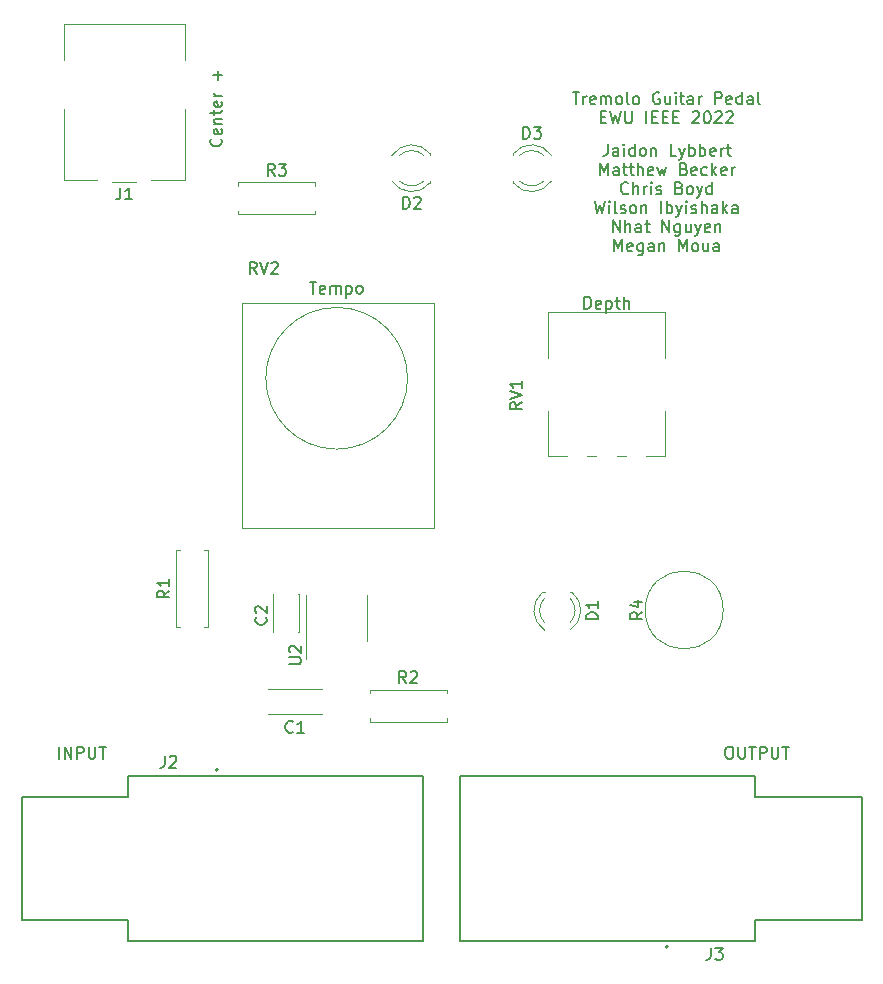
<source format=gbr>
%TF.GenerationSoftware,KiCad,Pcbnew,(6.0.0)*%
%TF.CreationDate,2022-01-15T15:10:36-08:00*%
%TF.ProjectId,Tremolo_V2,5472656d-6f6c-46f5-9f56-322e6b696361,rev?*%
%TF.SameCoordinates,Original*%
%TF.FileFunction,Legend,Top*%
%TF.FilePolarity,Positive*%
%FSLAX46Y46*%
G04 Gerber Fmt 4.6, Leading zero omitted, Abs format (unit mm)*
G04 Created by KiCad (PCBNEW (6.0.0)) date 2022-01-15 15:10:36*
%MOMM*%
%LPD*%
G01*
G04 APERTURE LIST*
%ADD10C,0.150000*%
%ADD11C,0.120000*%
%ADD12C,0.127000*%
%ADD13C,0.200000*%
G04 APERTURE END LIST*
D10*
X158139047Y-72842380D02*
X158139047Y-71842380D01*
X158377142Y-71842380D01*
X158520000Y-71890000D01*
X158615238Y-71985238D01*
X158662857Y-72080476D01*
X158710476Y-72270952D01*
X158710476Y-72413809D01*
X158662857Y-72604285D01*
X158615238Y-72699523D01*
X158520000Y-72794761D01*
X158377142Y-72842380D01*
X158139047Y-72842380D01*
X159520000Y-72794761D02*
X159424761Y-72842380D01*
X159234285Y-72842380D01*
X159139047Y-72794761D01*
X159091428Y-72699523D01*
X159091428Y-72318571D01*
X159139047Y-72223333D01*
X159234285Y-72175714D01*
X159424761Y-72175714D01*
X159520000Y-72223333D01*
X159567619Y-72318571D01*
X159567619Y-72413809D01*
X159091428Y-72509047D01*
X159996190Y-72175714D02*
X159996190Y-73175714D01*
X159996190Y-72223333D02*
X160091428Y-72175714D01*
X160281904Y-72175714D01*
X160377142Y-72223333D01*
X160424761Y-72270952D01*
X160472380Y-72366190D01*
X160472380Y-72651904D01*
X160424761Y-72747142D01*
X160377142Y-72794761D01*
X160281904Y-72842380D01*
X160091428Y-72842380D01*
X159996190Y-72794761D01*
X160758095Y-72175714D02*
X161139047Y-72175714D01*
X160900952Y-71842380D02*
X160900952Y-72699523D01*
X160948571Y-72794761D01*
X161043809Y-72842380D01*
X161139047Y-72842380D01*
X161472380Y-72842380D02*
X161472380Y-71842380D01*
X161900952Y-72842380D02*
X161900952Y-72318571D01*
X161853333Y-72223333D01*
X161758095Y-72175714D01*
X161615238Y-72175714D01*
X161520000Y-72223333D01*
X161472380Y-72270952D01*
X134874285Y-70572380D02*
X135445714Y-70572380D01*
X135160000Y-71572380D02*
X135160000Y-70572380D01*
X136160000Y-71524761D02*
X136064761Y-71572380D01*
X135874285Y-71572380D01*
X135779047Y-71524761D01*
X135731428Y-71429523D01*
X135731428Y-71048571D01*
X135779047Y-70953333D01*
X135874285Y-70905714D01*
X136064761Y-70905714D01*
X136160000Y-70953333D01*
X136207619Y-71048571D01*
X136207619Y-71143809D01*
X135731428Y-71239047D01*
X136636190Y-71572380D02*
X136636190Y-70905714D01*
X136636190Y-71000952D02*
X136683809Y-70953333D01*
X136779047Y-70905714D01*
X136921904Y-70905714D01*
X137017142Y-70953333D01*
X137064761Y-71048571D01*
X137064761Y-71572380D01*
X137064761Y-71048571D02*
X137112380Y-70953333D01*
X137207619Y-70905714D01*
X137350476Y-70905714D01*
X137445714Y-70953333D01*
X137493333Y-71048571D01*
X137493333Y-71572380D01*
X137969523Y-70905714D02*
X137969523Y-71905714D01*
X137969523Y-70953333D02*
X138064761Y-70905714D01*
X138255238Y-70905714D01*
X138350476Y-70953333D01*
X138398095Y-71000952D01*
X138445714Y-71096190D01*
X138445714Y-71381904D01*
X138398095Y-71477142D01*
X138350476Y-71524761D01*
X138255238Y-71572380D01*
X138064761Y-71572380D01*
X137969523Y-71524761D01*
X139017142Y-71572380D02*
X138921904Y-71524761D01*
X138874285Y-71477142D01*
X138826666Y-71381904D01*
X138826666Y-71096190D01*
X138874285Y-71000952D01*
X138921904Y-70953333D01*
X139017142Y-70905714D01*
X139160000Y-70905714D01*
X139255238Y-70953333D01*
X139302857Y-71000952D01*
X139350476Y-71096190D01*
X139350476Y-71381904D01*
X139302857Y-71477142D01*
X139255238Y-71524761D01*
X139160000Y-71572380D01*
X139017142Y-71572380D01*
X127357142Y-58475238D02*
X127404761Y-58522857D01*
X127452380Y-58665714D01*
X127452380Y-58760952D01*
X127404761Y-58903809D01*
X127309523Y-58999047D01*
X127214285Y-59046666D01*
X127023809Y-59094285D01*
X126880952Y-59094285D01*
X126690476Y-59046666D01*
X126595238Y-58999047D01*
X126500000Y-58903809D01*
X126452380Y-58760952D01*
X126452380Y-58665714D01*
X126500000Y-58522857D01*
X126547619Y-58475238D01*
X127404761Y-57665714D02*
X127452380Y-57760952D01*
X127452380Y-57951428D01*
X127404761Y-58046666D01*
X127309523Y-58094285D01*
X126928571Y-58094285D01*
X126833333Y-58046666D01*
X126785714Y-57951428D01*
X126785714Y-57760952D01*
X126833333Y-57665714D01*
X126928571Y-57618095D01*
X127023809Y-57618095D01*
X127119047Y-58094285D01*
X126785714Y-57189523D02*
X127452380Y-57189523D01*
X126880952Y-57189523D02*
X126833333Y-57141904D01*
X126785714Y-57046666D01*
X126785714Y-56903809D01*
X126833333Y-56808571D01*
X126928571Y-56760952D01*
X127452380Y-56760952D01*
X126785714Y-56427619D02*
X126785714Y-56046666D01*
X126452380Y-56284761D02*
X127309523Y-56284761D01*
X127404761Y-56237142D01*
X127452380Y-56141904D01*
X127452380Y-56046666D01*
X127404761Y-55332380D02*
X127452380Y-55427619D01*
X127452380Y-55618095D01*
X127404761Y-55713333D01*
X127309523Y-55760952D01*
X126928571Y-55760952D01*
X126833333Y-55713333D01*
X126785714Y-55618095D01*
X126785714Y-55427619D01*
X126833333Y-55332380D01*
X126928571Y-55284761D01*
X127023809Y-55284761D01*
X127119047Y-55760952D01*
X127452380Y-54856190D02*
X126785714Y-54856190D01*
X126976190Y-54856190D02*
X126880952Y-54808571D01*
X126833333Y-54760952D01*
X126785714Y-54665714D01*
X126785714Y-54570476D01*
X127071428Y-53475238D02*
X127071428Y-52713333D01*
X127452380Y-53094285D02*
X126690476Y-53094285D01*
X160100000Y-58927380D02*
X160100000Y-59641666D01*
X160052380Y-59784523D01*
X159957142Y-59879761D01*
X159814285Y-59927380D01*
X159719047Y-59927380D01*
X161004761Y-59927380D02*
X161004761Y-59403571D01*
X160957142Y-59308333D01*
X160861904Y-59260714D01*
X160671428Y-59260714D01*
X160576190Y-59308333D01*
X161004761Y-59879761D02*
X160909523Y-59927380D01*
X160671428Y-59927380D01*
X160576190Y-59879761D01*
X160528571Y-59784523D01*
X160528571Y-59689285D01*
X160576190Y-59594047D01*
X160671428Y-59546428D01*
X160909523Y-59546428D01*
X161004761Y-59498809D01*
X161480952Y-59927380D02*
X161480952Y-59260714D01*
X161480952Y-58927380D02*
X161433333Y-58975000D01*
X161480952Y-59022619D01*
X161528571Y-58975000D01*
X161480952Y-58927380D01*
X161480952Y-59022619D01*
X162385714Y-59927380D02*
X162385714Y-58927380D01*
X162385714Y-59879761D02*
X162290476Y-59927380D01*
X162100000Y-59927380D01*
X162004761Y-59879761D01*
X161957142Y-59832142D01*
X161909523Y-59736904D01*
X161909523Y-59451190D01*
X161957142Y-59355952D01*
X162004761Y-59308333D01*
X162100000Y-59260714D01*
X162290476Y-59260714D01*
X162385714Y-59308333D01*
X163004761Y-59927380D02*
X162909523Y-59879761D01*
X162861904Y-59832142D01*
X162814285Y-59736904D01*
X162814285Y-59451190D01*
X162861904Y-59355952D01*
X162909523Y-59308333D01*
X163004761Y-59260714D01*
X163147619Y-59260714D01*
X163242857Y-59308333D01*
X163290476Y-59355952D01*
X163338095Y-59451190D01*
X163338095Y-59736904D01*
X163290476Y-59832142D01*
X163242857Y-59879761D01*
X163147619Y-59927380D01*
X163004761Y-59927380D01*
X163766666Y-59260714D02*
X163766666Y-59927380D01*
X163766666Y-59355952D02*
X163814285Y-59308333D01*
X163909523Y-59260714D01*
X164052380Y-59260714D01*
X164147619Y-59308333D01*
X164195238Y-59403571D01*
X164195238Y-59927380D01*
X165909523Y-59927380D02*
X165433333Y-59927380D01*
X165433333Y-58927380D01*
X166147619Y-59260714D02*
X166385714Y-59927380D01*
X166623809Y-59260714D02*
X166385714Y-59927380D01*
X166290476Y-60165476D01*
X166242857Y-60213095D01*
X166147619Y-60260714D01*
X167004761Y-59927380D02*
X167004761Y-58927380D01*
X167004761Y-59308333D02*
X167100000Y-59260714D01*
X167290476Y-59260714D01*
X167385714Y-59308333D01*
X167433333Y-59355952D01*
X167480952Y-59451190D01*
X167480952Y-59736904D01*
X167433333Y-59832142D01*
X167385714Y-59879761D01*
X167290476Y-59927380D01*
X167100000Y-59927380D01*
X167004761Y-59879761D01*
X167909523Y-59927380D02*
X167909523Y-58927380D01*
X167909523Y-59308333D02*
X168004761Y-59260714D01*
X168195238Y-59260714D01*
X168290476Y-59308333D01*
X168338095Y-59355952D01*
X168385714Y-59451190D01*
X168385714Y-59736904D01*
X168338095Y-59832142D01*
X168290476Y-59879761D01*
X168195238Y-59927380D01*
X168004761Y-59927380D01*
X167909523Y-59879761D01*
X169195238Y-59879761D02*
X169100000Y-59927380D01*
X168909523Y-59927380D01*
X168814285Y-59879761D01*
X168766666Y-59784523D01*
X168766666Y-59403571D01*
X168814285Y-59308333D01*
X168909523Y-59260714D01*
X169100000Y-59260714D01*
X169195238Y-59308333D01*
X169242857Y-59403571D01*
X169242857Y-59498809D01*
X168766666Y-59594047D01*
X169671428Y-59927380D02*
X169671428Y-59260714D01*
X169671428Y-59451190D02*
X169719047Y-59355952D01*
X169766666Y-59308333D01*
X169861904Y-59260714D01*
X169957142Y-59260714D01*
X170147619Y-59260714D02*
X170528571Y-59260714D01*
X170290476Y-58927380D02*
X170290476Y-59784523D01*
X170338095Y-59879761D01*
X170433333Y-59927380D01*
X170528571Y-59927380D01*
X159457142Y-61537380D02*
X159457142Y-60537380D01*
X159790476Y-61251666D01*
X160123809Y-60537380D01*
X160123809Y-61537380D01*
X161028571Y-61537380D02*
X161028571Y-61013571D01*
X160980952Y-60918333D01*
X160885714Y-60870714D01*
X160695238Y-60870714D01*
X160600000Y-60918333D01*
X161028571Y-61489761D02*
X160933333Y-61537380D01*
X160695238Y-61537380D01*
X160600000Y-61489761D01*
X160552380Y-61394523D01*
X160552380Y-61299285D01*
X160600000Y-61204047D01*
X160695238Y-61156428D01*
X160933333Y-61156428D01*
X161028571Y-61108809D01*
X161361904Y-60870714D02*
X161742857Y-60870714D01*
X161504761Y-60537380D02*
X161504761Y-61394523D01*
X161552380Y-61489761D01*
X161647619Y-61537380D01*
X161742857Y-61537380D01*
X161933333Y-60870714D02*
X162314285Y-60870714D01*
X162076190Y-60537380D02*
X162076190Y-61394523D01*
X162123809Y-61489761D01*
X162219047Y-61537380D01*
X162314285Y-61537380D01*
X162647619Y-61537380D02*
X162647619Y-60537380D01*
X163076190Y-61537380D02*
X163076190Y-61013571D01*
X163028571Y-60918333D01*
X162933333Y-60870714D01*
X162790476Y-60870714D01*
X162695238Y-60918333D01*
X162647619Y-60965952D01*
X163933333Y-61489761D02*
X163838095Y-61537380D01*
X163647619Y-61537380D01*
X163552380Y-61489761D01*
X163504761Y-61394523D01*
X163504761Y-61013571D01*
X163552380Y-60918333D01*
X163647619Y-60870714D01*
X163838095Y-60870714D01*
X163933333Y-60918333D01*
X163980952Y-61013571D01*
X163980952Y-61108809D01*
X163504761Y-61204047D01*
X164314285Y-60870714D02*
X164504761Y-61537380D01*
X164695238Y-61061190D01*
X164885714Y-61537380D01*
X165076190Y-60870714D01*
X166552380Y-61013571D02*
X166695238Y-61061190D01*
X166742857Y-61108809D01*
X166790476Y-61204047D01*
X166790476Y-61346904D01*
X166742857Y-61442142D01*
X166695238Y-61489761D01*
X166600000Y-61537380D01*
X166219047Y-61537380D01*
X166219047Y-60537380D01*
X166552380Y-60537380D01*
X166647619Y-60585000D01*
X166695238Y-60632619D01*
X166742857Y-60727857D01*
X166742857Y-60823095D01*
X166695238Y-60918333D01*
X166647619Y-60965952D01*
X166552380Y-61013571D01*
X166219047Y-61013571D01*
X167600000Y-61489761D02*
X167504761Y-61537380D01*
X167314285Y-61537380D01*
X167219047Y-61489761D01*
X167171428Y-61394523D01*
X167171428Y-61013571D01*
X167219047Y-60918333D01*
X167314285Y-60870714D01*
X167504761Y-60870714D01*
X167600000Y-60918333D01*
X167647619Y-61013571D01*
X167647619Y-61108809D01*
X167171428Y-61204047D01*
X168504761Y-61489761D02*
X168409523Y-61537380D01*
X168219047Y-61537380D01*
X168123809Y-61489761D01*
X168076190Y-61442142D01*
X168028571Y-61346904D01*
X168028571Y-61061190D01*
X168076190Y-60965952D01*
X168123809Y-60918333D01*
X168219047Y-60870714D01*
X168409523Y-60870714D01*
X168504761Y-60918333D01*
X168933333Y-61537380D02*
X168933333Y-60537380D01*
X169028571Y-61156428D02*
X169314285Y-61537380D01*
X169314285Y-60870714D02*
X168933333Y-61251666D01*
X170123809Y-61489761D02*
X170028571Y-61537380D01*
X169838095Y-61537380D01*
X169742857Y-61489761D01*
X169695238Y-61394523D01*
X169695238Y-61013571D01*
X169742857Y-60918333D01*
X169838095Y-60870714D01*
X170028571Y-60870714D01*
X170123809Y-60918333D01*
X170171428Y-61013571D01*
X170171428Y-61108809D01*
X169695238Y-61204047D01*
X170600000Y-61537380D02*
X170600000Y-60870714D01*
X170600000Y-61061190D02*
X170647619Y-60965952D01*
X170695238Y-60918333D01*
X170790476Y-60870714D01*
X170885714Y-60870714D01*
X161838095Y-63052142D02*
X161790476Y-63099761D01*
X161647619Y-63147380D01*
X161552380Y-63147380D01*
X161409523Y-63099761D01*
X161314285Y-63004523D01*
X161266666Y-62909285D01*
X161219047Y-62718809D01*
X161219047Y-62575952D01*
X161266666Y-62385476D01*
X161314285Y-62290238D01*
X161409523Y-62195000D01*
X161552380Y-62147380D01*
X161647619Y-62147380D01*
X161790476Y-62195000D01*
X161838095Y-62242619D01*
X162266666Y-63147380D02*
X162266666Y-62147380D01*
X162695238Y-63147380D02*
X162695238Y-62623571D01*
X162647619Y-62528333D01*
X162552380Y-62480714D01*
X162409523Y-62480714D01*
X162314285Y-62528333D01*
X162266666Y-62575952D01*
X163171428Y-63147380D02*
X163171428Y-62480714D01*
X163171428Y-62671190D02*
X163219047Y-62575952D01*
X163266666Y-62528333D01*
X163361904Y-62480714D01*
X163457142Y-62480714D01*
X163790476Y-63147380D02*
X163790476Y-62480714D01*
X163790476Y-62147380D02*
X163742857Y-62195000D01*
X163790476Y-62242619D01*
X163838095Y-62195000D01*
X163790476Y-62147380D01*
X163790476Y-62242619D01*
X164219047Y-63099761D02*
X164314285Y-63147380D01*
X164504761Y-63147380D01*
X164600000Y-63099761D01*
X164647619Y-63004523D01*
X164647619Y-62956904D01*
X164600000Y-62861666D01*
X164504761Y-62814047D01*
X164361904Y-62814047D01*
X164266666Y-62766428D01*
X164219047Y-62671190D01*
X164219047Y-62623571D01*
X164266666Y-62528333D01*
X164361904Y-62480714D01*
X164504761Y-62480714D01*
X164600000Y-62528333D01*
X166171428Y-62623571D02*
X166314285Y-62671190D01*
X166361904Y-62718809D01*
X166409523Y-62814047D01*
X166409523Y-62956904D01*
X166361904Y-63052142D01*
X166314285Y-63099761D01*
X166219047Y-63147380D01*
X165838095Y-63147380D01*
X165838095Y-62147380D01*
X166171428Y-62147380D01*
X166266666Y-62195000D01*
X166314285Y-62242619D01*
X166361904Y-62337857D01*
X166361904Y-62433095D01*
X166314285Y-62528333D01*
X166266666Y-62575952D01*
X166171428Y-62623571D01*
X165838095Y-62623571D01*
X166980952Y-63147380D02*
X166885714Y-63099761D01*
X166838095Y-63052142D01*
X166790476Y-62956904D01*
X166790476Y-62671190D01*
X166838095Y-62575952D01*
X166885714Y-62528333D01*
X166980952Y-62480714D01*
X167123809Y-62480714D01*
X167219047Y-62528333D01*
X167266666Y-62575952D01*
X167314285Y-62671190D01*
X167314285Y-62956904D01*
X167266666Y-63052142D01*
X167219047Y-63099761D01*
X167123809Y-63147380D01*
X166980952Y-63147380D01*
X167647619Y-62480714D02*
X167885714Y-63147380D01*
X168123809Y-62480714D02*
X167885714Y-63147380D01*
X167790476Y-63385476D01*
X167742857Y-63433095D01*
X167647619Y-63480714D01*
X168933333Y-63147380D02*
X168933333Y-62147380D01*
X168933333Y-63099761D02*
X168838095Y-63147380D01*
X168647619Y-63147380D01*
X168552380Y-63099761D01*
X168504761Y-63052142D01*
X168457142Y-62956904D01*
X168457142Y-62671190D01*
X168504761Y-62575952D01*
X168552380Y-62528333D01*
X168647619Y-62480714D01*
X168838095Y-62480714D01*
X168933333Y-62528333D01*
X159004761Y-63757380D02*
X159242857Y-64757380D01*
X159433333Y-64043095D01*
X159623809Y-64757380D01*
X159861904Y-63757380D01*
X160242857Y-64757380D02*
X160242857Y-64090714D01*
X160242857Y-63757380D02*
X160195238Y-63805000D01*
X160242857Y-63852619D01*
X160290476Y-63805000D01*
X160242857Y-63757380D01*
X160242857Y-63852619D01*
X160861904Y-64757380D02*
X160766666Y-64709761D01*
X160719047Y-64614523D01*
X160719047Y-63757380D01*
X161195238Y-64709761D02*
X161290476Y-64757380D01*
X161480952Y-64757380D01*
X161576190Y-64709761D01*
X161623809Y-64614523D01*
X161623809Y-64566904D01*
X161576190Y-64471666D01*
X161480952Y-64424047D01*
X161338095Y-64424047D01*
X161242857Y-64376428D01*
X161195238Y-64281190D01*
X161195238Y-64233571D01*
X161242857Y-64138333D01*
X161338095Y-64090714D01*
X161480952Y-64090714D01*
X161576190Y-64138333D01*
X162195238Y-64757380D02*
X162100000Y-64709761D01*
X162052380Y-64662142D01*
X162004761Y-64566904D01*
X162004761Y-64281190D01*
X162052380Y-64185952D01*
X162100000Y-64138333D01*
X162195238Y-64090714D01*
X162338095Y-64090714D01*
X162433333Y-64138333D01*
X162480952Y-64185952D01*
X162528571Y-64281190D01*
X162528571Y-64566904D01*
X162480952Y-64662142D01*
X162433333Y-64709761D01*
X162338095Y-64757380D01*
X162195238Y-64757380D01*
X162957142Y-64090714D02*
X162957142Y-64757380D01*
X162957142Y-64185952D02*
X163004761Y-64138333D01*
X163100000Y-64090714D01*
X163242857Y-64090714D01*
X163338095Y-64138333D01*
X163385714Y-64233571D01*
X163385714Y-64757380D01*
X164623809Y-64757380D02*
X164623809Y-63757380D01*
X165100000Y-64757380D02*
X165100000Y-63757380D01*
X165100000Y-64138333D02*
X165195238Y-64090714D01*
X165385714Y-64090714D01*
X165480952Y-64138333D01*
X165528571Y-64185952D01*
X165576190Y-64281190D01*
X165576190Y-64566904D01*
X165528571Y-64662142D01*
X165480952Y-64709761D01*
X165385714Y-64757380D01*
X165195238Y-64757380D01*
X165100000Y-64709761D01*
X165909523Y-64090714D02*
X166147619Y-64757380D01*
X166385714Y-64090714D02*
X166147619Y-64757380D01*
X166052380Y-64995476D01*
X166004761Y-65043095D01*
X165909523Y-65090714D01*
X166766666Y-64757380D02*
X166766666Y-64090714D01*
X166766666Y-63757380D02*
X166719047Y-63805000D01*
X166766666Y-63852619D01*
X166814285Y-63805000D01*
X166766666Y-63757380D01*
X166766666Y-63852619D01*
X167195238Y-64709761D02*
X167290476Y-64757380D01*
X167480952Y-64757380D01*
X167576190Y-64709761D01*
X167623809Y-64614523D01*
X167623809Y-64566904D01*
X167576190Y-64471666D01*
X167480952Y-64424047D01*
X167338095Y-64424047D01*
X167242857Y-64376428D01*
X167195238Y-64281190D01*
X167195238Y-64233571D01*
X167242857Y-64138333D01*
X167338095Y-64090714D01*
X167480952Y-64090714D01*
X167576190Y-64138333D01*
X168052380Y-64757380D02*
X168052380Y-63757380D01*
X168480952Y-64757380D02*
X168480952Y-64233571D01*
X168433333Y-64138333D01*
X168338095Y-64090714D01*
X168195238Y-64090714D01*
X168100000Y-64138333D01*
X168052380Y-64185952D01*
X169385714Y-64757380D02*
X169385714Y-64233571D01*
X169338095Y-64138333D01*
X169242857Y-64090714D01*
X169052380Y-64090714D01*
X168957142Y-64138333D01*
X169385714Y-64709761D02*
X169290476Y-64757380D01*
X169052380Y-64757380D01*
X168957142Y-64709761D01*
X168909523Y-64614523D01*
X168909523Y-64519285D01*
X168957142Y-64424047D01*
X169052380Y-64376428D01*
X169290476Y-64376428D01*
X169385714Y-64328809D01*
X169861904Y-64757380D02*
X169861904Y-63757380D01*
X169957142Y-64376428D02*
X170242857Y-64757380D01*
X170242857Y-64090714D02*
X169861904Y-64471666D01*
X171100000Y-64757380D02*
X171100000Y-64233571D01*
X171052380Y-64138333D01*
X170957142Y-64090714D01*
X170766666Y-64090714D01*
X170671428Y-64138333D01*
X171100000Y-64709761D02*
X171004761Y-64757380D01*
X170766666Y-64757380D01*
X170671428Y-64709761D01*
X170623809Y-64614523D01*
X170623809Y-64519285D01*
X170671428Y-64424047D01*
X170766666Y-64376428D01*
X171004761Y-64376428D01*
X171100000Y-64328809D01*
X160552380Y-66367380D02*
X160552380Y-65367380D01*
X161123809Y-66367380D01*
X161123809Y-65367380D01*
X161600000Y-66367380D02*
X161600000Y-65367380D01*
X162028571Y-66367380D02*
X162028571Y-65843571D01*
X161980952Y-65748333D01*
X161885714Y-65700714D01*
X161742857Y-65700714D01*
X161647619Y-65748333D01*
X161600000Y-65795952D01*
X162933333Y-66367380D02*
X162933333Y-65843571D01*
X162885714Y-65748333D01*
X162790476Y-65700714D01*
X162600000Y-65700714D01*
X162504761Y-65748333D01*
X162933333Y-66319761D02*
X162838095Y-66367380D01*
X162600000Y-66367380D01*
X162504761Y-66319761D01*
X162457142Y-66224523D01*
X162457142Y-66129285D01*
X162504761Y-66034047D01*
X162600000Y-65986428D01*
X162838095Y-65986428D01*
X162933333Y-65938809D01*
X163266666Y-65700714D02*
X163647619Y-65700714D01*
X163409523Y-65367380D02*
X163409523Y-66224523D01*
X163457142Y-66319761D01*
X163552380Y-66367380D01*
X163647619Y-66367380D01*
X164742857Y-66367380D02*
X164742857Y-65367380D01*
X165314285Y-66367380D01*
X165314285Y-65367380D01*
X166219047Y-65700714D02*
X166219047Y-66510238D01*
X166171428Y-66605476D01*
X166123809Y-66653095D01*
X166028571Y-66700714D01*
X165885714Y-66700714D01*
X165790476Y-66653095D01*
X166219047Y-66319761D02*
X166123809Y-66367380D01*
X165933333Y-66367380D01*
X165838095Y-66319761D01*
X165790476Y-66272142D01*
X165742857Y-66176904D01*
X165742857Y-65891190D01*
X165790476Y-65795952D01*
X165838095Y-65748333D01*
X165933333Y-65700714D01*
X166123809Y-65700714D01*
X166219047Y-65748333D01*
X167123809Y-65700714D02*
X167123809Y-66367380D01*
X166695238Y-65700714D02*
X166695238Y-66224523D01*
X166742857Y-66319761D01*
X166838095Y-66367380D01*
X166980952Y-66367380D01*
X167076190Y-66319761D01*
X167123809Y-66272142D01*
X167504761Y-65700714D02*
X167742857Y-66367380D01*
X167980952Y-65700714D02*
X167742857Y-66367380D01*
X167647619Y-66605476D01*
X167600000Y-66653095D01*
X167504761Y-66700714D01*
X168742857Y-66319761D02*
X168647619Y-66367380D01*
X168457142Y-66367380D01*
X168361904Y-66319761D01*
X168314285Y-66224523D01*
X168314285Y-65843571D01*
X168361904Y-65748333D01*
X168457142Y-65700714D01*
X168647619Y-65700714D01*
X168742857Y-65748333D01*
X168790476Y-65843571D01*
X168790476Y-65938809D01*
X168314285Y-66034047D01*
X169219047Y-65700714D02*
X169219047Y-66367380D01*
X169219047Y-65795952D02*
X169266666Y-65748333D01*
X169361904Y-65700714D01*
X169504761Y-65700714D01*
X169600000Y-65748333D01*
X169647619Y-65843571D01*
X169647619Y-66367380D01*
X160671428Y-67977380D02*
X160671428Y-66977380D01*
X161004761Y-67691666D01*
X161338095Y-66977380D01*
X161338095Y-67977380D01*
X162195238Y-67929761D02*
X162100000Y-67977380D01*
X161909523Y-67977380D01*
X161814285Y-67929761D01*
X161766666Y-67834523D01*
X161766666Y-67453571D01*
X161814285Y-67358333D01*
X161909523Y-67310714D01*
X162100000Y-67310714D01*
X162195238Y-67358333D01*
X162242857Y-67453571D01*
X162242857Y-67548809D01*
X161766666Y-67644047D01*
X163100000Y-67310714D02*
X163100000Y-68120238D01*
X163052380Y-68215476D01*
X163004761Y-68263095D01*
X162909523Y-68310714D01*
X162766666Y-68310714D01*
X162671428Y-68263095D01*
X163100000Y-67929761D02*
X163004761Y-67977380D01*
X162814285Y-67977380D01*
X162719047Y-67929761D01*
X162671428Y-67882142D01*
X162623809Y-67786904D01*
X162623809Y-67501190D01*
X162671428Y-67405952D01*
X162719047Y-67358333D01*
X162814285Y-67310714D01*
X163004761Y-67310714D01*
X163100000Y-67358333D01*
X164004761Y-67977380D02*
X164004761Y-67453571D01*
X163957142Y-67358333D01*
X163861904Y-67310714D01*
X163671428Y-67310714D01*
X163576190Y-67358333D01*
X164004761Y-67929761D02*
X163909523Y-67977380D01*
X163671428Y-67977380D01*
X163576190Y-67929761D01*
X163528571Y-67834523D01*
X163528571Y-67739285D01*
X163576190Y-67644047D01*
X163671428Y-67596428D01*
X163909523Y-67596428D01*
X164004761Y-67548809D01*
X164480952Y-67310714D02*
X164480952Y-67977380D01*
X164480952Y-67405952D02*
X164528571Y-67358333D01*
X164623809Y-67310714D01*
X164766666Y-67310714D01*
X164861904Y-67358333D01*
X164909523Y-67453571D01*
X164909523Y-67977380D01*
X166147619Y-67977380D02*
X166147619Y-66977380D01*
X166480952Y-67691666D01*
X166814285Y-66977380D01*
X166814285Y-67977380D01*
X167433333Y-67977380D02*
X167338095Y-67929761D01*
X167290476Y-67882142D01*
X167242857Y-67786904D01*
X167242857Y-67501190D01*
X167290476Y-67405952D01*
X167338095Y-67358333D01*
X167433333Y-67310714D01*
X167576190Y-67310714D01*
X167671428Y-67358333D01*
X167719047Y-67405952D01*
X167766666Y-67501190D01*
X167766666Y-67786904D01*
X167719047Y-67882142D01*
X167671428Y-67929761D01*
X167576190Y-67977380D01*
X167433333Y-67977380D01*
X168623809Y-67310714D02*
X168623809Y-67977380D01*
X168195238Y-67310714D02*
X168195238Y-67834523D01*
X168242857Y-67929761D01*
X168338095Y-67977380D01*
X168480952Y-67977380D01*
X168576190Y-67929761D01*
X168623809Y-67882142D01*
X169528571Y-67977380D02*
X169528571Y-67453571D01*
X169480952Y-67358333D01*
X169385714Y-67310714D01*
X169195238Y-67310714D01*
X169100000Y-67358333D01*
X169528571Y-67929761D02*
X169433333Y-67977380D01*
X169195238Y-67977380D01*
X169100000Y-67929761D01*
X169052380Y-67834523D01*
X169052380Y-67739285D01*
X169100000Y-67644047D01*
X169195238Y-67596428D01*
X169433333Y-67596428D01*
X169528571Y-67548809D01*
X157147619Y-54527380D02*
X157719047Y-54527380D01*
X157433333Y-55527380D02*
X157433333Y-54527380D01*
X158052380Y-55527380D02*
X158052380Y-54860714D01*
X158052380Y-55051190D02*
X158100000Y-54955952D01*
X158147619Y-54908333D01*
X158242857Y-54860714D01*
X158338095Y-54860714D01*
X159052380Y-55479761D02*
X158957142Y-55527380D01*
X158766666Y-55527380D01*
X158671428Y-55479761D01*
X158623809Y-55384523D01*
X158623809Y-55003571D01*
X158671428Y-54908333D01*
X158766666Y-54860714D01*
X158957142Y-54860714D01*
X159052380Y-54908333D01*
X159100000Y-55003571D01*
X159100000Y-55098809D01*
X158623809Y-55194047D01*
X159528571Y-55527380D02*
X159528571Y-54860714D01*
X159528571Y-54955952D02*
X159576190Y-54908333D01*
X159671428Y-54860714D01*
X159814285Y-54860714D01*
X159909523Y-54908333D01*
X159957142Y-55003571D01*
X159957142Y-55527380D01*
X159957142Y-55003571D02*
X160004761Y-54908333D01*
X160100000Y-54860714D01*
X160242857Y-54860714D01*
X160338095Y-54908333D01*
X160385714Y-55003571D01*
X160385714Y-55527380D01*
X161004761Y-55527380D02*
X160909523Y-55479761D01*
X160861904Y-55432142D01*
X160814285Y-55336904D01*
X160814285Y-55051190D01*
X160861904Y-54955952D01*
X160909523Y-54908333D01*
X161004761Y-54860714D01*
X161147619Y-54860714D01*
X161242857Y-54908333D01*
X161290476Y-54955952D01*
X161338095Y-55051190D01*
X161338095Y-55336904D01*
X161290476Y-55432142D01*
X161242857Y-55479761D01*
X161147619Y-55527380D01*
X161004761Y-55527380D01*
X161909523Y-55527380D02*
X161814285Y-55479761D01*
X161766666Y-55384523D01*
X161766666Y-54527380D01*
X162433333Y-55527380D02*
X162338095Y-55479761D01*
X162290476Y-55432142D01*
X162242857Y-55336904D01*
X162242857Y-55051190D01*
X162290476Y-54955952D01*
X162338095Y-54908333D01*
X162433333Y-54860714D01*
X162576190Y-54860714D01*
X162671428Y-54908333D01*
X162719047Y-54955952D01*
X162766666Y-55051190D01*
X162766666Y-55336904D01*
X162719047Y-55432142D01*
X162671428Y-55479761D01*
X162576190Y-55527380D01*
X162433333Y-55527380D01*
X164480952Y-54575000D02*
X164385714Y-54527380D01*
X164242857Y-54527380D01*
X164100000Y-54575000D01*
X164004761Y-54670238D01*
X163957142Y-54765476D01*
X163909523Y-54955952D01*
X163909523Y-55098809D01*
X163957142Y-55289285D01*
X164004761Y-55384523D01*
X164100000Y-55479761D01*
X164242857Y-55527380D01*
X164338095Y-55527380D01*
X164480952Y-55479761D01*
X164528571Y-55432142D01*
X164528571Y-55098809D01*
X164338095Y-55098809D01*
X165385714Y-54860714D02*
X165385714Y-55527380D01*
X164957142Y-54860714D02*
X164957142Y-55384523D01*
X165004761Y-55479761D01*
X165100000Y-55527380D01*
X165242857Y-55527380D01*
X165338095Y-55479761D01*
X165385714Y-55432142D01*
X165861904Y-55527380D02*
X165861904Y-54860714D01*
X165861904Y-54527380D02*
X165814285Y-54575000D01*
X165861904Y-54622619D01*
X165909523Y-54575000D01*
X165861904Y-54527380D01*
X165861904Y-54622619D01*
X166195238Y-54860714D02*
X166576190Y-54860714D01*
X166338095Y-54527380D02*
X166338095Y-55384523D01*
X166385714Y-55479761D01*
X166480952Y-55527380D01*
X166576190Y-55527380D01*
X167338095Y-55527380D02*
X167338095Y-55003571D01*
X167290476Y-54908333D01*
X167195238Y-54860714D01*
X167004761Y-54860714D01*
X166909523Y-54908333D01*
X167338095Y-55479761D02*
X167242857Y-55527380D01*
X167004761Y-55527380D01*
X166909523Y-55479761D01*
X166861904Y-55384523D01*
X166861904Y-55289285D01*
X166909523Y-55194047D01*
X167004761Y-55146428D01*
X167242857Y-55146428D01*
X167338095Y-55098809D01*
X167814285Y-55527380D02*
X167814285Y-54860714D01*
X167814285Y-55051190D02*
X167861904Y-54955952D01*
X167909523Y-54908333D01*
X168004761Y-54860714D01*
X168100000Y-54860714D01*
X169195238Y-55527380D02*
X169195238Y-54527380D01*
X169576190Y-54527380D01*
X169671428Y-54575000D01*
X169719047Y-54622619D01*
X169766666Y-54717857D01*
X169766666Y-54860714D01*
X169719047Y-54955952D01*
X169671428Y-55003571D01*
X169576190Y-55051190D01*
X169195238Y-55051190D01*
X170576190Y-55479761D02*
X170480952Y-55527380D01*
X170290476Y-55527380D01*
X170195238Y-55479761D01*
X170147619Y-55384523D01*
X170147619Y-55003571D01*
X170195238Y-54908333D01*
X170290476Y-54860714D01*
X170480952Y-54860714D01*
X170576190Y-54908333D01*
X170623809Y-55003571D01*
X170623809Y-55098809D01*
X170147619Y-55194047D01*
X171480952Y-55527380D02*
X171480952Y-54527380D01*
X171480952Y-55479761D02*
X171385714Y-55527380D01*
X171195238Y-55527380D01*
X171100000Y-55479761D01*
X171052380Y-55432142D01*
X171004761Y-55336904D01*
X171004761Y-55051190D01*
X171052380Y-54955952D01*
X171100000Y-54908333D01*
X171195238Y-54860714D01*
X171385714Y-54860714D01*
X171480952Y-54908333D01*
X172385714Y-55527380D02*
X172385714Y-55003571D01*
X172338095Y-54908333D01*
X172242857Y-54860714D01*
X172052380Y-54860714D01*
X171957142Y-54908333D01*
X172385714Y-55479761D02*
X172290476Y-55527380D01*
X172052380Y-55527380D01*
X171957142Y-55479761D01*
X171909523Y-55384523D01*
X171909523Y-55289285D01*
X171957142Y-55194047D01*
X172052380Y-55146428D01*
X172290476Y-55146428D01*
X172385714Y-55098809D01*
X173004761Y-55527380D02*
X172909523Y-55479761D01*
X172861904Y-55384523D01*
X172861904Y-54527380D01*
X159528571Y-56613571D02*
X159861904Y-56613571D01*
X160004761Y-57137380D02*
X159528571Y-57137380D01*
X159528571Y-56137380D01*
X160004761Y-56137380D01*
X160338095Y-56137380D02*
X160576190Y-57137380D01*
X160766666Y-56423095D01*
X160957142Y-57137380D01*
X161195238Y-56137380D01*
X161576190Y-56137380D02*
X161576190Y-56946904D01*
X161623809Y-57042142D01*
X161671428Y-57089761D01*
X161766666Y-57137380D01*
X161957142Y-57137380D01*
X162052380Y-57089761D01*
X162100000Y-57042142D01*
X162147619Y-56946904D01*
X162147619Y-56137380D01*
X163385714Y-57137380D02*
X163385714Y-56137380D01*
X163861904Y-56613571D02*
X164195238Y-56613571D01*
X164338095Y-57137380D02*
X163861904Y-57137380D01*
X163861904Y-56137380D01*
X164338095Y-56137380D01*
X164766666Y-56613571D02*
X165100000Y-56613571D01*
X165242857Y-57137380D02*
X164766666Y-57137380D01*
X164766666Y-56137380D01*
X165242857Y-56137380D01*
X165671428Y-56613571D02*
X166004761Y-56613571D01*
X166147619Y-57137380D02*
X165671428Y-57137380D01*
X165671428Y-56137380D01*
X166147619Y-56137380D01*
X167290476Y-56232619D02*
X167338095Y-56185000D01*
X167433333Y-56137380D01*
X167671428Y-56137380D01*
X167766666Y-56185000D01*
X167814285Y-56232619D01*
X167861904Y-56327857D01*
X167861904Y-56423095D01*
X167814285Y-56565952D01*
X167242857Y-57137380D01*
X167861904Y-57137380D01*
X168480952Y-56137380D02*
X168576190Y-56137380D01*
X168671428Y-56185000D01*
X168719047Y-56232619D01*
X168766666Y-56327857D01*
X168814285Y-56518333D01*
X168814285Y-56756428D01*
X168766666Y-56946904D01*
X168719047Y-57042142D01*
X168671428Y-57089761D01*
X168576190Y-57137380D01*
X168480952Y-57137380D01*
X168385714Y-57089761D01*
X168338095Y-57042142D01*
X168290476Y-56946904D01*
X168242857Y-56756428D01*
X168242857Y-56518333D01*
X168290476Y-56327857D01*
X168338095Y-56232619D01*
X168385714Y-56185000D01*
X168480952Y-56137380D01*
X169195238Y-56232619D02*
X169242857Y-56185000D01*
X169338095Y-56137380D01*
X169576190Y-56137380D01*
X169671428Y-56185000D01*
X169719047Y-56232619D01*
X169766666Y-56327857D01*
X169766666Y-56423095D01*
X169719047Y-56565952D01*
X169147619Y-57137380D01*
X169766666Y-57137380D01*
X170147619Y-56232619D02*
X170195238Y-56185000D01*
X170290476Y-56137380D01*
X170528571Y-56137380D01*
X170623809Y-56185000D01*
X170671428Y-56232619D01*
X170719047Y-56327857D01*
X170719047Y-56423095D01*
X170671428Y-56565952D01*
X170100000Y-57137380D01*
X170719047Y-57137380D01*
X170315238Y-109942380D02*
X170505714Y-109942380D01*
X170600952Y-109990000D01*
X170696190Y-110085238D01*
X170743809Y-110275714D01*
X170743809Y-110609047D01*
X170696190Y-110799523D01*
X170600952Y-110894761D01*
X170505714Y-110942380D01*
X170315238Y-110942380D01*
X170220000Y-110894761D01*
X170124761Y-110799523D01*
X170077142Y-110609047D01*
X170077142Y-110275714D01*
X170124761Y-110085238D01*
X170220000Y-109990000D01*
X170315238Y-109942380D01*
X171172380Y-109942380D02*
X171172380Y-110751904D01*
X171220000Y-110847142D01*
X171267619Y-110894761D01*
X171362857Y-110942380D01*
X171553333Y-110942380D01*
X171648571Y-110894761D01*
X171696190Y-110847142D01*
X171743809Y-110751904D01*
X171743809Y-109942380D01*
X172077142Y-109942380D02*
X172648571Y-109942380D01*
X172362857Y-110942380D02*
X172362857Y-109942380D01*
X172981904Y-110942380D02*
X172981904Y-109942380D01*
X173362857Y-109942380D01*
X173458095Y-109990000D01*
X173505714Y-110037619D01*
X173553333Y-110132857D01*
X173553333Y-110275714D01*
X173505714Y-110370952D01*
X173458095Y-110418571D01*
X173362857Y-110466190D01*
X172981904Y-110466190D01*
X173981904Y-109942380D02*
X173981904Y-110751904D01*
X174029523Y-110847142D01*
X174077142Y-110894761D01*
X174172380Y-110942380D01*
X174362857Y-110942380D01*
X174458095Y-110894761D01*
X174505714Y-110847142D01*
X174553333Y-110751904D01*
X174553333Y-109942380D01*
X174886666Y-109942380D02*
X175458095Y-109942380D01*
X175172380Y-110942380D02*
X175172380Y-109942380D01*
X113641428Y-110942380D02*
X113641428Y-109942380D01*
X114117619Y-110942380D02*
X114117619Y-109942380D01*
X114689047Y-110942380D01*
X114689047Y-109942380D01*
X115165238Y-110942380D02*
X115165238Y-109942380D01*
X115546190Y-109942380D01*
X115641428Y-109990000D01*
X115689047Y-110037619D01*
X115736666Y-110132857D01*
X115736666Y-110275714D01*
X115689047Y-110370952D01*
X115641428Y-110418571D01*
X115546190Y-110466190D01*
X115165238Y-110466190D01*
X116165238Y-109942380D02*
X116165238Y-110751904D01*
X116212857Y-110847142D01*
X116260476Y-110894761D01*
X116355714Y-110942380D01*
X116546190Y-110942380D01*
X116641428Y-110894761D01*
X116689047Y-110847142D01*
X116736666Y-110751904D01*
X116736666Y-109942380D01*
X117070000Y-109942380D02*
X117641428Y-109942380D01*
X117355714Y-110942380D02*
X117355714Y-109942380D01*
%TO.C,RV1*%
X152822380Y-80785238D02*
X152346190Y-81118571D01*
X152822380Y-81356666D02*
X151822380Y-81356666D01*
X151822380Y-80975714D01*
X151870000Y-80880476D01*
X151917619Y-80832857D01*
X152012857Y-80785238D01*
X152155714Y-80785238D01*
X152250952Y-80832857D01*
X152298571Y-80880476D01*
X152346190Y-80975714D01*
X152346190Y-81356666D01*
X151822380Y-80499523D02*
X152822380Y-80166190D01*
X151822380Y-79832857D01*
X152822380Y-78975714D02*
X152822380Y-79547142D01*
X152822380Y-79261428D02*
X151822380Y-79261428D01*
X151965238Y-79356666D01*
X152060476Y-79451904D01*
X152108095Y-79547142D01*
%TO.C,RV2*%
X130374128Y-69911371D02*
X130040795Y-69435181D01*
X129802700Y-69911371D02*
X129802700Y-68911371D01*
X130183652Y-68911371D01*
X130278890Y-68958991D01*
X130326509Y-69006610D01*
X130374128Y-69101848D01*
X130374128Y-69244705D01*
X130326509Y-69339943D01*
X130278890Y-69387562D01*
X130183652Y-69435181D01*
X129802700Y-69435181D01*
X130659843Y-68911371D02*
X130993176Y-69911371D01*
X131326509Y-68911371D01*
X131612224Y-69006610D02*
X131659843Y-68958991D01*
X131755081Y-68911371D01*
X131993176Y-68911371D01*
X132088414Y-68958991D01*
X132136033Y-69006610D01*
X132183652Y-69101848D01*
X132183652Y-69197086D01*
X132136033Y-69339943D01*
X131564605Y-69911371D01*
X132183652Y-69911371D01*
%TO.C,R3*%
X131913333Y-61582380D02*
X131580000Y-61106190D01*
X131341904Y-61582380D02*
X131341904Y-60582380D01*
X131722857Y-60582380D01*
X131818095Y-60630000D01*
X131865714Y-60677619D01*
X131913333Y-60772857D01*
X131913333Y-60915714D01*
X131865714Y-61010952D01*
X131818095Y-61058571D01*
X131722857Y-61106190D01*
X131341904Y-61106190D01*
X132246666Y-60582380D02*
X132865714Y-60582380D01*
X132532380Y-60963333D01*
X132675238Y-60963333D01*
X132770476Y-61010952D01*
X132818095Y-61058571D01*
X132865714Y-61153809D01*
X132865714Y-61391904D01*
X132818095Y-61487142D01*
X132770476Y-61534761D01*
X132675238Y-61582380D01*
X132389523Y-61582380D01*
X132294285Y-61534761D01*
X132246666Y-61487142D01*
%TO.C,R2*%
X143050347Y-104548720D02*
X142717014Y-104072530D01*
X142478918Y-104548720D02*
X142478918Y-103548720D01*
X142859871Y-103548720D01*
X142955109Y-103596340D01*
X143002728Y-103643959D01*
X143050347Y-103739197D01*
X143050347Y-103882054D01*
X143002728Y-103977292D01*
X142955109Y-104024911D01*
X142859871Y-104072530D01*
X142478918Y-104072530D01*
X143431299Y-103643959D02*
X143478918Y-103596340D01*
X143574156Y-103548720D01*
X143812252Y-103548720D01*
X143907490Y-103596340D01*
X143955109Y-103643959D01*
X144002728Y-103739197D01*
X144002728Y-103834435D01*
X143955109Y-103977292D01*
X143383680Y-104548720D01*
X144002728Y-104548720D01*
%TO.C,R1*%
X122978071Y-96724535D02*
X122501881Y-97057869D01*
X122978071Y-97295964D02*
X121978071Y-97295964D01*
X121978071Y-96915011D01*
X122025691Y-96819773D01*
X122073310Y-96772154D01*
X122168548Y-96724535D01*
X122311405Y-96724535D01*
X122406643Y-96772154D01*
X122454262Y-96819773D01*
X122501881Y-96915011D01*
X122501881Y-97295964D01*
X122978071Y-95772154D02*
X122978071Y-96343583D01*
X122978071Y-96057869D02*
X121978071Y-96057869D01*
X122120929Y-96153107D01*
X122216167Y-96248345D01*
X122263786Y-96343583D01*
%TO.C,U2*%
X133122781Y-102943710D02*
X133932305Y-102943710D01*
X134027543Y-102896091D01*
X134075162Y-102848472D01*
X134122781Y-102753234D01*
X134122781Y-102562758D01*
X134075162Y-102467520D01*
X134027543Y-102419901D01*
X133932305Y-102372282D01*
X133122781Y-102372282D01*
X133218020Y-101943710D02*
X133170401Y-101896091D01*
X133122781Y-101800853D01*
X133122781Y-101562758D01*
X133170401Y-101467520D01*
X133218020Y-101419901D01*
X133313258Y-101372282D01*
X133408496Y-101372282D01*
X133551353Y-101419901D01*
X134122781Y-101991329D01*
X134122781Y-101372282D01*
%TO.C,R4*%
X163036288Y-98527597D02*
X162560098Y-98860931D01*
X163036288Y-99099026D02*
X162036288Y-99099026D01*
X162036288Y-98718073D01*
X162083908Y-98622835D01*
X162131527Y-98575216D01*
X162226765Y-98527597D01*
X162369622Y-98527597D01*
X162464860Y-98575216D01*
X162512479Y-98622835D01*
X162560098Y-98718073D01*
X162560098Y-99099026D01*
X162369622Y-97670454D02*
X163036288Y-97670454D01*
X161988669Y-97908550D02*
X162702955Y-98146645D01*
X162702955Y-97527597D01*
%TO.C,J3*%
X168841666Y-126967380D02*
X168841666Y-127681666D01*
X168794047Y-127824523D01*
X168698809Y-127919761D01*
X168555952Y-127967380D01*
X168460714Y-127967380D01*
X169222619Y-126967380D02*
X169841666Y-126967380D01*
X169508333Y-127348333D01*
X169651190Y-127348333D01*
X169746428Y-127395952D01*
X169794047Y-127443571D01*
X169841666Y-127538809D01*
X169841666Y-127776904D01*
X169794047Y-127872142D01*
X169746428Y-127919761D01*
X169651190Y-127967380D01*
X169365476Y-127967380D01*
X169270238Y-127919761D01*
X169222619Y-127872142D01*
%TO.C,J2*%
X122591666Y-110697380D02*
X122591666Y-111411666D01*
X122544047Y-111554523D01*
X122448809Y-111649761D01*
X122305952Y-111697380D01*
X122210714Y-111697380D01*
X123020238Y-110792619D02*
X123067857Y-110745000D01*
X123163095Y-110697380D01*
X123401190Y-110697380D01*
X123496428Y-110745000D01*
X123544047Y-110792619D01*
X123591666Y-110887857D01*
X123591666Y-110983095D01*
X123544047Y-111125952D01*
X122972619Y-111697380D01*
X123591666Y-111697380D01*
%TO.C,J1*%
X118844869Y-62605009D02*
X118844869Y-63319295D01*
X118797250Y-63462152D01*
X118702012Y-63557390D01*
X118559155Y-63605009D01*
X118463917Y-63605009D01*
X119844869Y-63605009D02*
X119273441Y-63605009D01*
X119559155Y-63605009D02*
X119559155Y-62605009D01*
X119463917Y-62747867D01*
X119368679Y-62843105D01*
X119273441Y-62890724D01*
%TO.C,D3*%
X152931904Y-58452380D02*
X152931904Y-57452380D01*
X153170000Y-57452380D01*
X153312857Y-57500000D01*
X153408095Y-57595238D01*
X153455714Y-57690476D01*
X153503333Y-57880952D01*
X153503333Y-58023809D01*
X153455714Y-58214285D01*
X153408095Y-58309523D01*
X153312857Y-58404761D01*
X153170000Y-58452380D01*
X152931904Y-58452380D01*
X153836666Y-57452380D02*
X154455714Y-57452380D01*
X154122380Y-57833333D01*
X154265238Y-57833333D01*
X154360476Y-57880952D01*
X154408095Y-57928571D01*
X154455714Y-58023809D01*
X154455714Y-58261904D01*
X154408095Y-58357142D01*
X154360476Y-58404761D01*
X154265238Y-58452380D01*
X153979523Y-58452380D01*
X153884285Y-58404761D01*
X153836666Y-58357142D01*
%TO.C,D2*%
X142771904Y-64372380D02*
X142771904Y-63372380D01*
X143010000Y-63372380D01*
X143152857Y-63420000D01*
X143248095Y-63515238D01*
X143295714Y-63610476D01*
X143343333Y-63800952D01*
X143343333Y-63943809D01*
X143295714Y-64134285D01*
X143248095Y-64229523D01*
X143152857Y-64324761D01*
X143010000Y-64372380D01*
X142771904Y-64372380D01*
X143724285Y-63467619D02*
X143771904Y-63420000D01*
X143867142Y-63372380D01*
X144105238Y-63372380D01*
X144200476Y-63420000D01*
X144248095Y-63467619D01*
X144295714Y-63562857D01*
X144295714Y-63658095D01*
X144248095Y-63800952D01*
X143676666Y-64372380D01*
X144295714Y-64372380D01*
%TO.C,D1*%
X159255383Y-99139045D02*
X158255383Y-99139045D01*
X158255383Y-98900950D01*
X158303003Y-98758092D01*
X158398241Y-98662854D01*
X158493479Y-98615235D01*
X158683955Y-98567616D01*
X158826812Y-98567616D01*
X159017288Y-98615235D01*
X159112526Y-98662854D01*
X159207764Y-98758092D01*
X159255383Y-98900950D01*
X159255383Y-99139045D01*
X159255383Y-97615235D02*
X159255383Y-98186664D01*
X159255383Y-97900950D02*
X158255383Y-97900950D01*
X158398241Y-97996188D01*
X158493479Y-98091426D01*
X158541098Y-98186664D01*
%TO.C,C2*%
X131155006Y-98977396D02*
X131202625Y-99025015D01*
X131250244Y-99167872D01*
X131250244Y-99263110D01*
X131202625Y-99405968D01*
X131107387Y-99501206D01*
X131012149Y-99548825D01*
X130821673Y-99596444D01*
X130678816Y-99596444D01*
X130488340Y-99548825D01*
X130393102Y-99501206D01*
X130297864Y-99405968D01*
X130250244Y-99263110D01*
X130250244Y-99167872D01*
X130297864Y-99025015D01*
X130345483Y-98977396D01*
X130345483Y-98596444D02*
X130297864Y-98548825D01*
X130250244Y-98453587D01*
X130250244Y-98215491D01*
X130297864Y-98120253D01*
X130345483Y-98072634D01*
X130440721Y-98025015D01*
X130535959Y-98025015D01*
X130678816Y-98072634D01*
X131250244Y-98644063D01*
X131250244Y-98025015D01*
%TO.C,C1*%
X133446160Y-108649577D02*
X133398541Y-108697196D01*
X133255684Y-108744815D01*
X133160446Y-108744815D01*
X133017588Y-108697196D01*
X132922350Y-108601958D01*
X132874731Y-108506720D01*
X132827112Y-108316244D01*
X132827112Y-108173387D01*
X132874731Y-107982911D01*
X132922350Y-107887673D01*
X133017588Y-107792435D01*
X133160446Y-107744815D01*
X133255684Y-107744815D01*
X133398541Y-107792435D01*
X133446160Y-107840054D01*
X134398541Y-108744815D02*
X133827112Y-108744815D01*
X134112827Y-108744815D02*
X134112827Y-107744815D01*
X134017588Y-107887673D01*
X133922350Y-107982911D01*
X133827112Y-108030530D01*
D11*
%TO.C,RV1*%
X155050000Y-85360000D02*
X155050000Y-81495000D01*
X155050000Y-76985000D02*
X155050000Y-73120000D01*
X164990000Y-85360000D02*
X164990000Y-81495000D01*
X164990000Y-76985000D02*
X164990000Y-73120000D01*
X155050000Y-85360000D02*
X156649000Y-85360000D01*
X158391000Y-85360000D02*
X159150000Y-85360000D01*
X160891000Y-85360000D02*
X161650000Y-85360000D01*
X163390000Y-85360000D02*
X164990000Y-85360000D01*
X155050000Y-73120000D02*
X164990000Y-73120000D01*
%TO.C,RV2*%
X129120000Y-72344307D02*
X145363163Y-72344307D01*
X145363163Y-72344307D02*
X145363163Y-91440000D01*
X145363163Y-91440000D02*
X129120000Y-91440000D01*
X129120000Y-91440000D02*
X129120000Y-72344307D01*
X143160000Y-78740000D02*
G75*
G03*
X143160000Y-78740000I-6000000J0D01*
G01*
%TO.C,R3*%
X128810000Y-62460000D02*
X128810000Y-62130000D01*
X128810000Y-62130000D02*
X135350000Y-62130000D01*
X135350000Y-62130000D02*
X135350000Y-62460000D01*
X128810000Y-64540000D02*
X128810000Y-64870000D01*
X128810000Y-64870000D02*
X135350000Y-64870000D01*
X135350000Y-64870000D02*
X135350000Y-64540000D01*
%TO.C,R2*%
X139947014Y-105426340D02*
X139947014Y-105096340D01*
X139947014Y-105096340D02*
X146487014Y-105096340D01*
X146487014Y-105096340D02*
X146487014Y-105426340D01*
X139947014Y-107506340D02*
X139947014Y-107836340D01*
X139947014Y-107836340D02*
X146487014Y-107836340D01*
X146487014Y-107836340D02*
X146487014Y-107506340D01*
%TO.C,R1*%
X123855691Y-99827869D02*
X123525691Y-99827869D01*
X123525691Y-99827869D02*
X123525691Y-93287869D01*
X123525691Y-93287869D02*
X123855691Y-93287869D01*
X125935691Y-99827869D02*
X126265691Y-99827869D01*
X126265691Y-99827869D02*
X126265691Y-93287869D01*
X126265691Y-93287869D02*
X125935691Y-93287869D01*
%TO.C,U2*%
X139720000Y-99060000D02*
X139720000Y-97110000D01*
X139720000Y-99060000D02*
X139720000Y-101010000D01*
X134600000Y-99060000D02*
X134600000Y-97110000D01*
X134600000Y-99060000D02*
X134600000Y-102510000D01*
%TO.C,R4*%
X169885423Y-98360931D02*
G75*
G03*
X169885423Y-98360931I-3301515J0D01*
G01*
D12*
%TO.C,J3*%
X147600000Y-112380000D02*
X172600000Y-112380000D01*
X172600000Y-112380000D02*
X172600000Y-114180000D01*
X147600000Y-126380000D02*
X147600000Y-112380000D01*
X181600000Y-124580000D02*
X181600000Y-114180000D01*
X172600000Y-126380000D02*
X147600000Y-126380000D01*
X172600000Y-124580000D02*
X172600000Y-126380000D01*
X172600000Y-124580000D02*
X181600000Y-124580000D01*
X181600000Y-114180000D02*
X172600000Y-114180000D01*
D13*
X165200000Y-126880000D02*
G75*
G03*
X165200000Y-126880000I-100000J0D01*
G01*
%TO.C,J2*%
X127100000Y-111880000D02*
G75*
G03*
X127100000Y-111880000I-100000J0D01*
G01*
D12*
X110500000Y-124580000D02*
X119500000Y-124580000D01*
X119500000Y-114180000D02*
X110500000Y-114180000D01*
X119500000Y-114180000D02*
X119500000Y-112380000D01*
X119500000Y-112380000D02*
X144500000Y-112380000D01*
X110500000Y-114180000D02*
X110500000Y-124580000D01*
X144500000Y-112380000D02*
X144500000Y-126380000D01*
X119500000Y-126380000D02*
X119500000Y-124580000D01*
X144500000Y-126380000D02*
X119500000Y-126380000D01*
D11*
%TO.C,J1*%
X124288203Y-55902629D02*
X124288203Y-61962629D01*
X124288203Y-61962629D02*
X121478203Y-61962629D01*
X116878203Y-61962629D02*
X114068203Y-61962629D01*
X114068203Y-61962629D02*
X114068203Y-55902629D01*
X114068203Y-51802629D02*
X114068203Y-48742629D01*
X114068203Y-48742629D02*
X124288203Y-48742629D01*
X124288203Y-48742629D02*
X124288203Y-51802629D01*
X120178203Y-62152629D02*
X118178203Y-62152629D01*
%TO.C,D3*%
X155342335Y-59881392D02*
G75*
G03*
X152110000Y-59724484I-1672335J-1078608D01*
G01*
X152110000Y-62195516D02*
G75*
G03*
X155342335Y-62038608I1560000J1235516D01*
G01*
X154711130Y-59880163D02*
G75*
G03*
X152629039Y-59880000I-1041130J-1079837D01*
G01*
X152629039Y-62040000D02*
G75*
G03*
X154711130Y-62039837I1040961J1080000D01*
G01*
X152110000Y-59724000D02*
X152110000Y-59880000D01*
X152110000Y-62040000D02*
X152110000Y-62196000D01*
%TO.C,D2*%
X141837665Y-62038608D02*
G75*
G03*
X145070000Y-62195516I1672335J1078608D01*
G01*
X145070000Y-59724484D02*
G75*
G03*
X141837665Y-59881392I-1560000J-1235516D01*
G01*
X142468870Y-62039837D02*
G75*
G03*
X144550961Y-62040000I1041130J1079837D01*
G01*
X144550961Y-59880000D02*
G75*
G03*
X142468870Y-59880163I-1040961J-1080000D01*
G01*
X145070000Y-62196000D02*
X145070000Y-62040000D01*
X145070000Y-59880000D02*
X145070000Y-59724000D01*
%TO.C,D1*%
X156921611Y-100073285D02*
G75*
G03*
X157078519Y-96840950I-1078608J1672335D01*
G01*
X154607487Y-96840950D02*
G75*
G03*
X154764395Y-100073285I1235516J-1560000D01*
G01*
X156922840Y-99442080D02*
G75*
G03*
X156923003Y-97359989I-1079837J1041130D01*
G01*
X154763003Y-97359989D02*
G75*
G03*
X154763166Y-99442080I1080000J-1040961D01*
G01*
X157079003Y-96840950D02*
X156923003Y-96840950D01*
X154763003Y-96840950D02*
X154607003Y-96840950D01*
%TO.C,C2*%
X131731372Y-100244462D02*
X131731372Y-97004462D01*
X133971372Y-100244462D02*
X133971372Y-97004462D01*
X131731372Y-100244462D02*
X131796372Y-100244462D01*
X133906372Y-100244462D02*
X133971372Y-100244462D01*
X131731372Y-97004462D02*
X131796372Y-97004462D01*
X133906372Y-97004462D02*
X133971372Y-97004462D01*
%TO.C,C1*%
X135882827Y-107162435D02*
X131342827Y-107162435D01*
X135882827Y-105022435D02*
X131342827Y-105022435D01*
X135882827Y-107162435D02*
X135882827Y-107147435D01*
X135882827Y-105037435D02*
X135882827Y-105022435D01*
X131342827Y-107162435D02*
X131342827Y-107147435D01*
X131342827Y-105037435D02*
X131342827Y-105022435D01*
%TD*%
M02*

</source>
